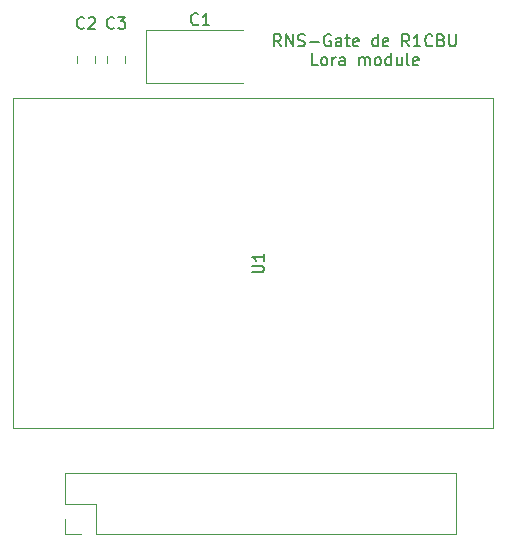
<source format=gto>
G04 #@! TF.GenerationSoftware,KiCad,Pcbnew,6.0.11*
G04 #@! TF.CreationDate,2026-01-28T19:54:40+03:00*
G04 #@! TF.ProjectId,rns-gate,726e732d-6761-4746-952e-6b696361645f,rev?*
G04 #@! TF.SameCoordinates,Original*
G04 #@! TF.FileFunction,Legend,Top*
G04 #@! TF.FilePolarity,Positive*
%FSLAX46Y46*%
G04 Gerber Fmt 4.6, Leading zero omitted, Abs format (unit mm)*
G04 Created by KiCad (PCBNEW 6.0.11) date 2026-01-28 19:54:40*
%MOMM*%
%LPD*%
G01*
G04 APERTURE LIST*
%ADD10C,0.150000*%
%ADD11C,0.120000*%
G04 APERTURE END LIST*
D10*
X187670952Y-55425780D02*
X187337619Y-54949590D01*
X187099523Y-55425780D02*
X187099523Y-54425780D01*
X187480476Y-54425780D01*
X187575714Y-54473400D01*
X187623333Y-54521019D01*
X187670952Y-54616257D01*
X187670952Y-54759114D01*
X187623333Y-54854352D01*
X187575714Y-54901971D01*
X187480476Y-54949590D01*
X187099523Y-54949590D01*
X188099523Y-55425780D02*
X188099523Y-54425780D01*
X188670952Y-55425780D01*
X188670952Y-54425780D01*
X189099523Y-55378161D02*
X189242380Y-55425780D01*
X189480476Y-55425780D01*
X189575714Y-55378161D01*
X189623333Y-55330542D01*
X189670952Y-55235304D01*
X189670952Y-55140066D01*
X189623333Y-55044828D01*
X189575714Y-54997209D01*
X189480476Y-54949590D01*
X189290000Y-54901971D01*
X189194761Y-54854352D01*
X189147142Y-54806733D01*
X189099523Y-54711495D01*
X189099523Y-54616257D01*
X189147142Y-54521019D01*
X189194761Y-54473400D01*
X189290000Y-54425780D01*
X189528095Y-54425780D01*
X189670952Y-54473400D01*
X190099523Y-55044828D02*
X190861428Y-55044828D01*
X191861428Y-54473400D02*
X191766190Y-54425780D01*
X191623333Y-54425780D01*
X191480476Y-54473400D01*
X191385238Y-54568638D01*
X191337619Y-54663876D01*
X191290000Y-54854352D01*
X191290000Y-54997209D01*
X191337619Y-55187685D01*
X191385238Y-55282923D01*
X191480476Y-55378161D01*
X191623333Y-55425780D01*
X191718571Y-55425780D01*
X191861428Y-55378161D01*
X191909047Y-55330542D01*
X191909047Y-54997209D01*
X191718571Y-54997209D01*
X192766190Y-55425780D02*
X192766190Y-54901971D01*
X192718571Y-54806733D01*
X192623333Y-54759114D01*
X192432857Y-54759114D01*
X192337619Y-54806733D01*
X192766190Y-55378161D02*
X192670952Y-55425780D01*
X192432857Y-55425780D01*
X192337619Y-55378161D01*
X192290000Y-55282923D01*
X192290000Y-55187685D01*
X192337619Y-55092447D01*
X192432857Y-55044828D01*
X192670952Y-55044828D01*
X192766190Y-54997209D01*
X193099523Y-54759114D02*
X193480476Y-54759114D01*
X193242380Y-54425780D02*
X193242380Y-55282923D01*
X193290000Y-55378161D01*
X193385238Y-55425780D01*
X193480476Y-55425780D01*
X194194761Y-55378161D02*
X194099523Y-55425780D01*
X193909047Y-55425780D01*
X193813809Y-55378161D01*
X193766190Y-55282923D01*
X193766190Y-54901971D01*
X193813809Y-54806733D01*
X193909047Y-54759114D01*
X194099523Y-54759114D01*
X194194761Y-54806733D01*
X194242380Y-54901971D01*
X194242380Y-54997209D01*
X193766190Y-55092447D01*
X195861428Y-55425780D02*
X195861428Y-54425780D01*
X195861428Y-55378161D02*
X195766190Y-55425780D01*
X195575714Y-55425780D01*
X195480476Y-55378161D01*
X195432857Y-55330542D01*
X195385238Y-55235304D01*
X195385238Y-54949590D01*
X195432857Y-54854352D01*
X195480476Y-54806733D01*
X195575714Y-54759114D01*
X195766190Y-54759114D01*
X195861428Y-54806733D01*
X196718571Y-55378161D02*
X196623333Y-55425780D01*
X196432857Y-55425780D01*
X196337619Y-55378161D01*
X196290000Y-55282923D01*
X196290000Y-54901971D01*
X196337619Y-54806733D01*
X196432857Y-54759114D01*
X196623333Y-54759114D01*
X196718571Y-54806733D01*
X196766190Y-54901971D01*
X196766190Y-54997209D01*
X196290000Y-55092447D01*
X198528095Y-55425780D02*
X198194761Y-54949590D01*
X197956666Y-55425780D02*
X197956666Y-54425780D01*
X198337619Y-54425780D01*
X198432857Y-54473400D01*
X198480476Y-54521019D01*
X198528095Y-54616257D01*
X198528095Y-54759114D01*
X198480476Y-54854352D01*
X198432857Y-54901971D01*
X198337619Y-54949590D01*
X197956666Y-54949590D01*
X199480476Y-55425780D02*
X198909047Y-55425780D01*
X199194761Y-55425780D02*
X199194761Y-54425780D01*
X199099523Y-54568638D01*
X199004285Y-54663876D01*
X198909047Y-54711495D01*
X200480476Y-55330542D02*
X200432857Y-55378161D01*
X200290000Y-55425780D01*
X200194761Y-55425780D01*
X200051904Y-55378161D01*
X199956666Y-55282923D01*
X199909047Y-55187685D01*
X199861428Y-54997209D01*
X199861428Y-54854352D01*
X199909047Y-54663876D01*
X199956666Y-54568638D01*
X200051904Y-54473400D01*
X200194761Y-54425780D01*
X200290000Y-54425780D01*
X200432857Y-54473400D01*
X200480476Y-54521019D01*
X201242380Y-54901971D02*
X201385238Y-54949590D01*
X201432857Y-54997209D01*
X201480476Y-55092447D01*
X201480476Y-55235304D01*
X201432857Y-55330542D01*
X201385238Y-55378161D01*
X201290000Y-55425780D01*
X200909047Y-55425780D01*
X200909047Y-54425780D01*
X201242380Y-54425780D01*
X201337619Y-54473400D01*
X201385238Y-54521019D01*
X201432857Y-54616257D01*
X201432857Y-54711495D01*
X201385238Y-54806733D01*
X201337619Y-54854352D01*
X201242380Y-54901971D01*
X200909047Y-54901971D01*
X201909047Y-54425780D02*
X201909047Y-55235304D01*
X201956666Y-55330542D01*
X202004285Y-55378161D01*
X202099523Y-55425780D01*
X202290000Y-55425780D01*
X202385238Y-55378161D01*
X202432857Y-55330542D01*
X202480476Y-55235304D01*
X202480476Y-54425780D01*
X190790000Y-57035780D02*
X190313809Y-57035780D01*
X190313809Y-56035780D01*
X191266190Y-57035780D02*
X191170952Y-56988161D01*
X191123333Y-56940542D01*
X191075714Y-56845304D01*
X191075714Y-56559590D01*
X191123333Y-56464352D01*
X191170952Y-56416733D01*
X191266190Y-56369114D01*
X191409047Y-56369114D01*
X191504285Y-56416733D01*
X191551904Y-56464352D01*
X191599523Y-56559590D01*
X191599523Y-56845304D01*
X191551904Y-56940542D01*
X191504285Y-56988161D01*
X191409047Y-57035780D01*
X191266190Y-57035780D01*
X192028095Y-57035780D02*
X192028095Y-56369114D01*
X192028095Y-56559590D02*
X192075714Y-56464352D01*
X192123333Y-56416733D01*
X192218571Y-56369114D01*
X192313809Y-56369114D01*
X193075714Y-57035780D02*
X193075714Y-56511971D01*
X193028095Y-56416733D01*
X192932857Y-56369114D01*
X192742380Y-56369114D01*
X192647142Y-56416733D01*
X193075714Y-56988161D02*
X192980476Y-57035780D01*
X192742380Y-57035780D01*
X192647142Y-56988161D01*
X192599523Y-56892923D01*
X192599523Y-56797685D01*
X192647142Y-56702447D01*
X192742380Y-56654828D01*
X192980476Y-56654828D01*
X193075714Y-56607209D01*
X194313809Y-57035780D02*
X194313809Y-56369114D01*
X194313809Y-56464352D02*
X194361428Y-56416733D01*
X194456666Y-56369114D01*
X194599523Y-56369114D01*
X194694761Y-56416733D01*
X194742380Y-56511971D01*
X194742380Y-57035780D01*
X194742380Y-56511971D02*
X194790000Y-56416733D01*
X194885238Y-56369114D01*
X195028095Y-56369114D01*
X195123333Y-56416733D01*
X195170952Y-56511971D01*
X195170952Y-57035780D01*
X195790000Y-57035780D02*
X195694761Y-56988161D01*
X195647142Y-56940542D01*
X195599523Y-56845304D01*
X195599523Y-56559590D01*
X195647142Y-56464352D01*
X195694761Y-56416733D01*
X195790000Y-56369114D01*
X195932857Y-56369114D01*
X196028095Y-56416733D01*
X196075714Y-56464352D01*
X196123333Y-56559590D01*
X196123333Y-56845304D01*
X196075714Y-56940542D01*
X196028095Y-56988161D01*
X195932857Y-57035780D01*
X195790000Y-57035780D01*
X196980476Y-57035780D02*
X196980476Y-56035780D01*
X196980476Y-56988161D02*
X196885238Y-57035780D01*
X196694761Y-57035780D01*
X196599523Y-56988161D01*
X196551904Y-56940542D01*
X196504285Y-56845304D01*
X196504285Y-56559590D01*
X196551904Y-56464352D01*
X196599523Y-56416733D01*
X196694761Y-56369114D01*
X196885238Y-56369114D01*
X196980476Y-56416733D01*
X197885238Y-56369114D02*
X197885238Y-57035780D01*
X197456666Y-56369114D02*
X197456666Y-56892923D01*
X197504285Y-56988161D01*
X197599523Y-57035780D01*
X197742380Y-57035780D01*
X197837619Y-56988161D01*
X197885238Y-56940542D01*
X198504285Y-57035780D02*
X198409047Y-56988161D01*
X198361428Y-56892923D01*
X198361428Y-56035780D01*
X199266190Y-56988161D02*
X199170952Y-57035780D01*
X198980476Y-57035780D01*
X198885238Y-56988161D01*
X198837619Y-56892923D01*
X198837619Y-56511971D01*
X198885238Y-56416733D01*
X198980476Y-56369114D01*
X199170952Y-56369114D01*
X199266190Y-56416733D01*
X199313809Y-56511971D01*
X199313809Y-56607209D01*
X198837619Y-56702447D01*
G04 #@! TO.C,C3*
X173541333Y-53849542D02*
X173493714Y-53897161D01*
X173350857Y-53944780D01*
X173255619Y-53944780D01*
X173112761Y-53897161D01*
X173017523Y-53801923D01*
X172969904Y-53706685D01*
X172922285Y-53516209D01*
X172922285Y-53373352D01*
X172969904Y-53182876D01*
X173017523Y-53087638D01*
X173112761Y-52992400D01*
X173255619Y-52944780D01*
X173350857Y-52944780D01*
X173493714Y-52992400D01*
X173541333Y-53040019D01*
X173874666Y-52944780D02*
X174493714Y-52944780D01*
X174160380Y-53325733D01*
X174303238Y-53325733D01*
X174398476Y-53373352D01*
X174446095Y-53420971D01*
X174493714Y-53516209D01*
X174493714Y-53754304D01*
X174446095Y-53849542D01*
X174398476Y-53897161D01*
X174303238Y-53944780D01*
X174017523Y-53944780D01*
X173922285Y-53897161D01*
X173874666Y-53849542D01*
G04 #@! TO.C,C2*
X171001333Y-53849542D02*
X170953714Y-53897161D01*
X170810857Y-53944780D01*
X170715619Y-53944780D01*
X170572761Y-53897161D01*
X170477523Y-53801923D01*
X170429904Y-53706685D01*
X170382285Y-53516209D01*
X170382285Y-53373352D01*
X170429904Y-53182876D01*
X170477523Y-53087638D01*
X170572761Y-52992400D01*
X170715619Y-52944780D01*
X170810857Y-52944780D01*
X170953714Y-52992400D01*
X171001333Y-53040019D01*
X171382285Y-53040019D02*
X171429904Y-52992400D01*
X171525142Y-52944780D01*
X171763238Y-52944780D01*
X171858476Y-52992400D01*
X171906095Y-53040019D01*
X171953714Y-53135257D01*
X171953714Y-53230495D01*
X171906095Y-53373352D01*
X171334666Y-53944780D01*
X171953714Y-53944780D01*
G04 #@! TO.C,C1*
X180653333Y-53543542D02*
X180605714Y-53591161D01*
X180462857Y-53638780D01*
X180367619Y-53638780D01*
X180224761Y-53591161D01*
X180129523Y-53495923D01*
X180081904Y-53400685D01*
X180034285Y-53210209D01*
X180034285Y-53067352D01*
X180081904Y-52876876D01*
X180129523Y-52781638D01*
X180224761Y-52686400D01*
X180367619Y-52638780D01*
X180462857Y-52638780D01*
X180605714Y-52686400D01*
X180653333Y-52734019D01*
X181605714Y-53638780D02*
X181034285Y-53638780D01*
X181320000Y-53638780D02*
X181320000Y-52638780D01*
X181224761Y-52781638D01*
X181129523Y-52876876D01*
X181034285Y-52924495D01*
G04 #@! TO.C,U1*
X185230380Y-74574304D02*
X186039904Y-74574304D01*
X186135142Y-74526685D01*
X186182761Y-74479066D01*
X186230380Y-74383828D01*
X186230380Y-74193352D01*
X186182761Y-74098114D01*
X186135142Y-74050495D01*
X186039904Y-74002876D01*
X185230380Y-74002876D01*
X186230380Y-73002876D02*
X186230380Y-73574304D01*
X186230380Y-73288590D02*
X185230380Y-73288590D01*
X185373238Y-73383828D01*
X185468476Y-73479066D01*
X185516095Y-73574304D01*
D11*
G04 #@! TO.C,C3*
X172973000Y-56801652D02*
X172973000Y-56279148D01*
X174443000Y-56801652D02*
X174443000Y-56279148D01*
G04 #@! TO.C,C2*
X170433000Y-56801652D02*
X170433000Y-56279148D01*
X171903000Y-56801652D02*
X171903000Y-56279148D01*
G04 #@! TO.C,C1*
X176235000Y-54026400D02*
X176235000Y-58546400D01*
X176235000Y-58546400D02*
X184470000Y-58546400D01*
X184470000Y-54026400D02*
X176235000Y-54026400D01*
G04 #@! TO.C,J2*
X170708000Y-96740000D02*
X169378000Y-96740000D01*
X202518000Y-96740000D02*
X202518000Y-91540000D01*
X171978000Y-96740000D02*
X171978000Y-94140000D01*
X169378000Y-94140000D02*
X169378000Y-91540000D01*
X169378000Y-91540000D02*
X202518000Y-91540000D01*
X171978000Y-94140000D02*
X169378000Y-94140000D01*
X169378000Y-96740000D02*
X169378000Y-95410000D01*
X171978000Y-96740000D02*
X202518000Y-96740000D01*
G04 #@! TO.C,U1*
X164958000Y-59842400D02*
X164958000Y-87782400D01*
X205598000Y-59842400D02*
X164958000Y-59842400D01*
X185278000Y-87782400D02*
X205598000Y-87782400D01*
X164958000Y-87782400D02*
X185278000Y-87782400D01*
X205598000Y-87782400D02*
X205598000Y-59842400D01*
G04 #@! TD*
M02*

</source>
